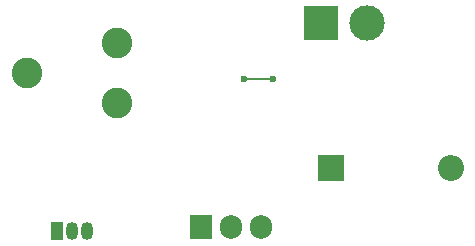
<source format=gbr>
%TF.GenerationSoftware,KiCad,Pcbnew,9.0.0*%
%TF.CreationDate,2025-03-25T11:32:13+05:30*%
%TF.ProjectId,solarpannel_project,736f6c61-7270-4616-9e6e-656c5f70726f,rev?*%
%TF.SameCoordinates,Original*%
%TF.FileFunction,Copper,L2,Bot*%
%TF.FilePolarity,Positive*%
%FSLAX46Y46*%
G04 Gerber Fmt 4.6, Leading zero omitted, Abs format (unit mm)*
G04 Created by KiCad (PCBNEW 9.0.0) date 2025-03-25 11:32:13*
%MOMM*%
%LPD*%
G01*
G04 APERTURE LIST*
%TA.AperFunction,Conductor*%
%ADD10C,0.200000*%
%TD*%
%TA.AperFunction,ComponentPad*%
%ADD11C,2.590800*%
%TD*%
%TA.AperFunction,ComponentPad*%
%ADD12C,3.000000*%
%TD*%
%TA.AperFunction,ComponentPad*%
%ADD13R,3.000000X3.000000*%
%TD*%
%TA.AperFunction,ComponentPad*%
%ADD14O,2.200000X2.200000*%
%TD*%
%TA.AperFunction,ComponentPad*%
%ADD15R,2.200000X2.200000*%
%TD*%
%TA.AperFunction,ComponentPad*%
%ADD16O,1.905000X2.000000*%
%TD*%
%TA.AperFunction,ComponentPad*%
%ADD17R,1.905000X2.000000*%
%TD*%
%TA.AperFunction,ComponentPad*%
%ADD18O,1.050000X1.500000*%
%TD*%
%TA.AperFunction,ComponentPad*%
%ADD19R,1.050000X1.500000*%
%TD*%
%TA.AperFunction,ViaPad*%
%ADD20C,0.600000*%
%TD*%
G04 APERTURE END LIST*
D10*
%TO.N,Net-(Q1-E)*%
X147500000Y-86000000D02*
X150000000Y-86000000D01*
%TD*%
D11*
%TO.P,Lithium-ion-battery1,1,Pin_1*%
%TO.N,Net-(Lithium-ion-battery1-Pin_1)*%
X136750000Y-88040000D03*
X136750000Y-82960000D03*
X129130000Y-85500000D03*
%TD*%
D12*
%TO.P,Solarpanel1,2,Pin_2*%
%TO.N,Net-(D1-A)*%
X157972500Y-81250000D03*
D13*
%TO.P,Solarpanel1,1,Pin_1*%
%TO.N,Net-(Q1-C)*%
X154092500Y-81250000D03*
%TD*%
D14*
%TO.P,D1,2,A*%
%TO.N,Net-(D1-A)*%
X165080000Y-93500000D03*
D15*
%TO.P,D1,1,K*%
%TO.N,Net-(D1-K)*%
X154920000Y-93500000D03*
%TD*%
D16*
%TO.P,U1,3,VI*%
%TO.N,Net-(D1-K)*%
X149000000Y-98500000D03*
%TO.P,U1,2,VO*%
%TO.N,Net-(Lithium-ion-battery1-Pin_1)*%
X146460000Y-98500000D03*
D17*
%TO.P,U1,1,ADJ*%
%TO.N,Net-(Q1-E)*%
X143920000Y-98500000D03*
%TD*%
D18*
%TO.P,Q1,3,E*%
%TO.N,Net-(Q1-E)*%
X134270000Y-98860000D03*
%TO.P,Q1,2,B*%
%TO.N,Net-(Q1-B)*%
X133000000Y-98860000D03*
D19*
%TO.P,Q1,1,C*%
%TO.N,Net-(Q1-C)*%
X131730000Y-98860000D03*
%TD*%
D20*
%TO.N,Net-(Q1-E)*%
X150000000Y-86000000D03*
X147500000Y-86000000D03*
%TD*%
M02*

</source>
